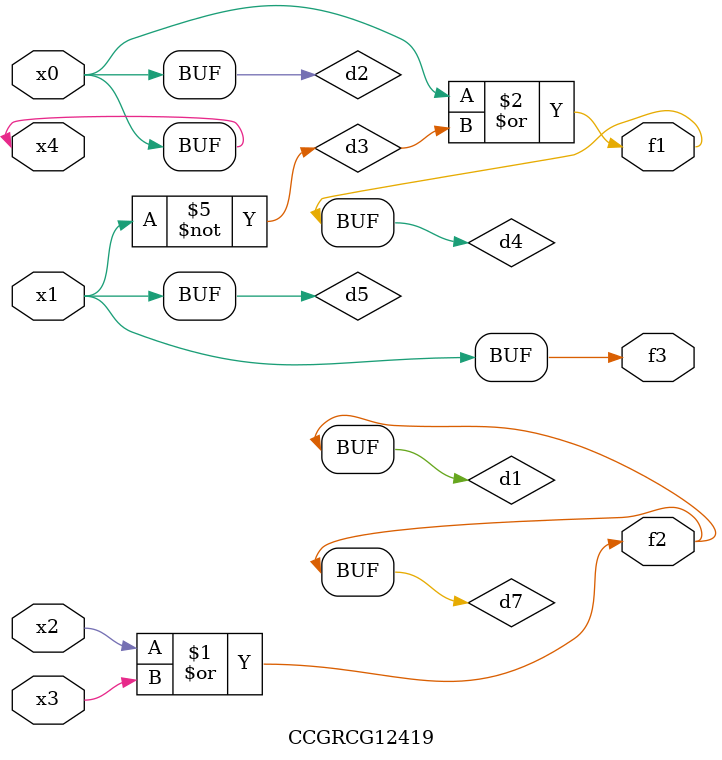
<source format=v>
module CCGRCG12419(
	input x0, x1, x2, x3, x4,
	output f1, f2, f3
);

	wire d1, d2, d3, d4, d5, d6, d7;

	or (d1, x2, x3);
	buf (d2, x0, x4);
	not (d3, x1);
	or (d4, d2, d3);
	not (d5, d3);
	nand (d6, d1, d3);
	or (d7, d1);
	assign f1 = d4;
	assign f2 = d7;
	assign f3 = d5;
endmodule

</source>
